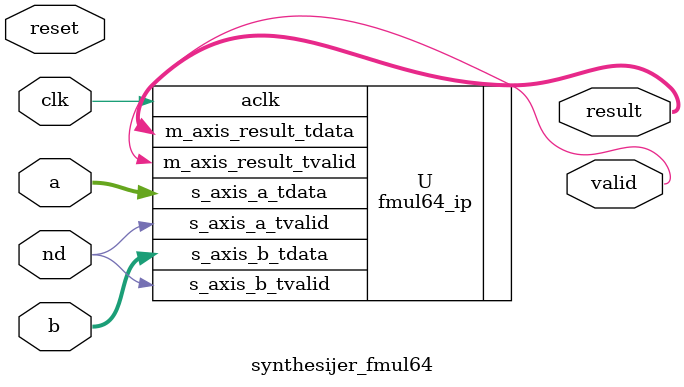
<source format=v>
`default_nettype none

module synthesijer_fmul64
  (
   input wire 	      clk,
   input wire 	      reset,
   input wire [63:0]  a,
   input wire [63:0]  b,
   input wire 	      nd,
   output wire [63:0] result,
   output wire 	      valid
   );

   fmul64_ip U(.aclk(clk),
	       .s_axis_a_tdata(a),
	       .s_axis_a_tvalid(nd),
	       .s_axis_b_tdata(b),
	       .s_axis_b_tvalid(nd),
	       .m_axis_result_tvalid(valid),
	       .m_axis_result_tdata(result)
	       );
   
endmodule // synthesijer_fmul64

`default_nettype wire

</source>
